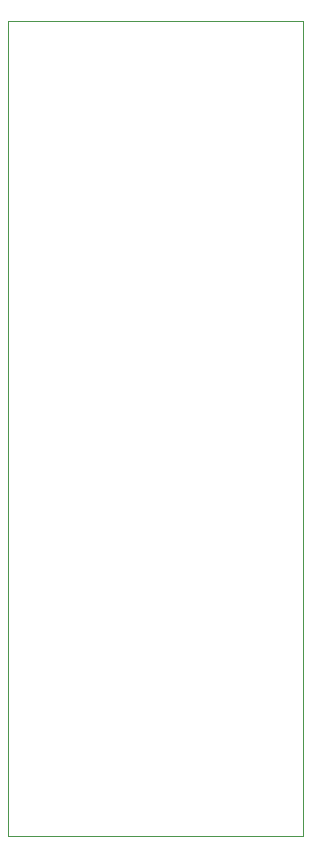
<source format=gbr>
%TF.GenerationSoftware,KiCad,Pcbnew,7.0.11-2.fc39*%
%TF.CreationDate,2024-07-01T00:46:26-07:00*%
%TF.ProjectId,george_orangepi,67656f72-6765-45f6-9f72-616e67657069,rev?*%
%TF.SameCoordinates,PX93d1cc0PY4d3f640*%
%TF.FileFunction,Profile,NP*%
%FSLAX46Y46*%
G04 Gerber Fmt 4.6, Leading zero omitted, Abs format (unit mm)*
G04 Created by KiCad (PCBNEW 7.0.11-2.fc39) date 2024-07-01 00:46:26*
%MOMM*%
%LPD*%
G01*
G04 APERTURE LIST*
%TA.AperFunction,Profile*%
%ADD10C,0.100000*%
%TD*%
G04 APERTURE END LIST*
D10*
X0Y0D02*
X25000000Y0D01*
X25000000Y-69000000D01*
X0Y-69000000D01*
X0Y0D01*
M02*

</source>
